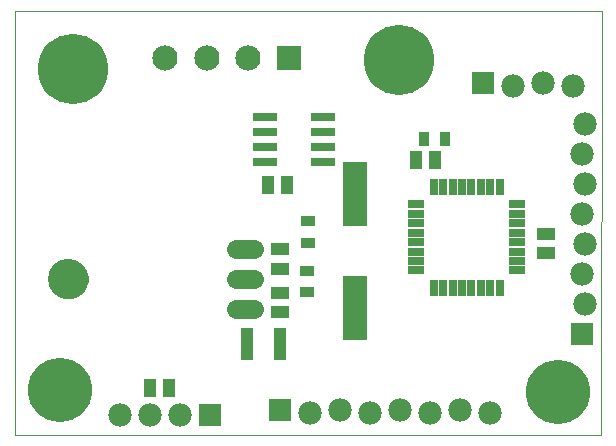
<source format=gts>
G75*
G70*
%OFA0B0*%
%FSLAX24Y24*%
%IPPOS*%
%LPD*%
%AMOC8*
5,1,8,0,0,1.08239X$1,22.5*
%
%ADD10C,0.0000*%
%ADD11R,0.0820X0.0250*%
%ADD12C,0.0640*%
%ADD13C,0.1340*%
%ADD14R,0.0610X0.0400*%
%ADD15R,0.0780X0.0780*%
%ADD16C,0.0780*%
%ADD17R,0.0800X0.2140*%
%ADD18R,0.0512X0.0355*%
%ADD19R,0.0400X0.0610*%
%ADD20R,0.0540X0.0260*%
%ADD21R,0.0260X0.0540*%
%ADD22C,0.2340*%
%ADD23C,0.2140*%
%ADD24R,0.0400X0.1100*%
%ADD25R,0.0355X0.0512*%
%ADD26R,0.0840X0.0840*%
%ADD27C,0.0840*%
D10*
X000210Y000805D02*
X000201Y014960D01*
X019774Y014960D01*
X019754Y000805D01*
X000210Y000805D01*
X001333Y006024D02*
X001335Y006074D01*
X001341Y006124D01*
X001351Y006174D01*
X001364Y006222D01*
X001381Y006270D01*
X001402Y006316D01*
X001426Y006360D01*
X001454Y006402D01*
X001485Y006442D01*
X001519Y006479D01*
X001556Y006514D01*
X001595Y006545D01*
X001636Y006574D01*
X001680Y006599D01*
X001726Y006621D01*
X001773Y006639D01*
X001821Y006653D01*
X001870Y006664D01*
X001920Y006671D01*
X001970Y006674D01*
X002021Y006673D01*
X002071Y006668D01*
X002121Y006659D01*
X002169Y006647D01*
X002217Y006630D01*
X002263Y006610D01*
X002308Y006587D01*
X002351Y006560D01*
X002391Y006530D01*
X002429Y006497D01*
X002464Y006461D01*
X002497Y006422D01*
X002526Y006381D01*
X002552Y006338D01*
X002575Y006293D01*
X002594Y006246D01*
X002609Y006198D01*
X002621Y006149D01*
X002629Y006099D01*
X002633Y006049D01*
X002633Y005999D01*
X002629Y005949D01*
X002621Y005899D01*
X002609Y005850D01*
X002594Y005802D01*
X002575Y005755D01*
X002552Y005710D01*
X002526Y005667D01*
X002497Y005626D01*
X002464Y005587D01*
X002429Y005551D01*
X002391Y005518D01*
X002351Y005488D01*
X002308Y005461D01*
X002263Y005438D01*
X002217Y005418D01*
X002169Y005401D01*
X002121Y005389D01*
X002071Y005380D01*
X002021Y005375D01*
X001970Y005374D01*
X001920Y005377D01*
X001870Y005384D01*
X001821Y005395D01*
X001773Y005409D01*
X001726Y005427D01*
X001680Y005449D01*
X001636Y005474D01*
X001595Y005503D01*
X001556Y005534D01*
X001519Y005569D01*
X001485Y005606D01*
X001454Y005646D01*
X001426Y005688D01*
X001402Y005732D01*
X001381Y005778D01*
X001364Y005826D01*
X001351Y005874D01*
X001341Y005924D01*
X001335Y005974D01*
X001333Y006024D01*
D11*
X008548Y009906D03*
X008548Y010406D03*
X008548Y010906D03*
X008548Y011406D03*
X010488Y011406D03*
X010488Y010906D03*
X010488Y010406D03*
X010488Y009906D03*
D12*
X008183Y007024D02*
X007583Y007024D01*
X007583Y006024D02*
X008183Y006024D01*
X008183Y005024D02*
X007583Y005024D01*
D13*
X001983Y006024D03*
D14*
X009046Y006362D03*
X009046Y007002D03*
X009046Y005547D03*
X009046Y004907D03*
X017917Y006879D03*
X017917Y007519D03*
D15*
X019111Y004183D03*
X009061Y001650D03*
X006723Y001487D03*
X015817Y012560D03*
D16*
X016817Y012460D03*
X017817Y012560D03*
X018817Y012460D03*
X019211Y011183D03*
X019111Y010183D03*
X019211Y009183D03*
X019111Y008183D03*
X019211Y007183D03*
X019111Y006183D03*
X019211Y005183D03*
X016061Y001550D03*
X015061Y001650D03*
X014061Y001550D03*
X013061Y001650D03*
X012061Y001550D03*
X011061Y001650D03*
X010061Y001550D03*
X005723Y001487D03*
X004723Y001487D03*
X003723Y001487D03*
D17*
X011558Y005037D03*
X011558Y008837D03*
D18*
X009966Y007941D03*
X009966Y007232D03*
X009956Y006281D03*
X009956Y005572D03*
D19*
X009284Y009135D03*
X008644Y009135D03*
X013568Y009991D03*
X014208Y009991D03*
X005350Y002392D03*
X004710Y002392D03*
D20*
X013581Y006304D03*
X013581Y006619D03*
X013581Y006934D03*
X013581Y007249D03*
X013581Y007564D03*
X013581Y007879D03*
X013581Y008194D03*
X013581Y008509D03*
X016961Y008509D03*
X016961Y008194D03*
X016961Y007879D03*
X016961Y007564D03*
X016961Y007249D03*
X016961Y006934D03*
X016961Y006619D03*
X016961Y006304D03*
D21*
X016373Y005717D03*
X016058Y005717D03*
X015743Y005717D03*
X015428Y005717D03*
X015113Y005717D03*
X014798Y005717D03*
X014483Y005717D03*
X014169Y005717D03*
X014169Y009097D03*
X014483Y009097D03*
X014798Y009097D03*
X015113Y009097D03*
X015428Y009097D03*
X015743Y009097D03*
X016058Y009097D03*
X016373Y009097D03*
D22*
X012999Y013310D03*
X002132Y013034D03*
D23*
X001723Y002313D03*
X018298Y002235D03*
D24*
X009045Y003849D03*
X007945Y003849D03*
D25*
X013849Y010699D03*
X014558Y010699D03*
D26*
X009361Y013376D03*
D27*
X007983Y013376D03*
X006605Y013376D03*
X005227Y013376D03*
M02*

</source>
